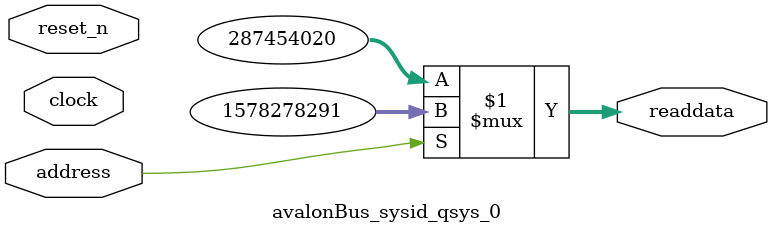
<source format=v>



// synthesis translate_off
`timescale 1ns / 1ps
// synthesis translate_on

// turn off superfluous verilog processor warnings 
// altera message_level Level1 
// altera message_off 10034 10035 10036 10037 10230 10240 10030 

module avalonBus_sysid_qsys_0 (
               // inputs:
                address,
                clock,
                reset_n,

               // outputs:
                readdata
             )
;

  output  [ 31: 0] readdata;
  input            address;
  input            clock;
  input            reset_n;

  wire    [ 31: 0] readdata;
  //control_slave, which is an e_avalon_slave
  assign readdata = address ? 1578278291 : 287454020;

endmodule



</source>
